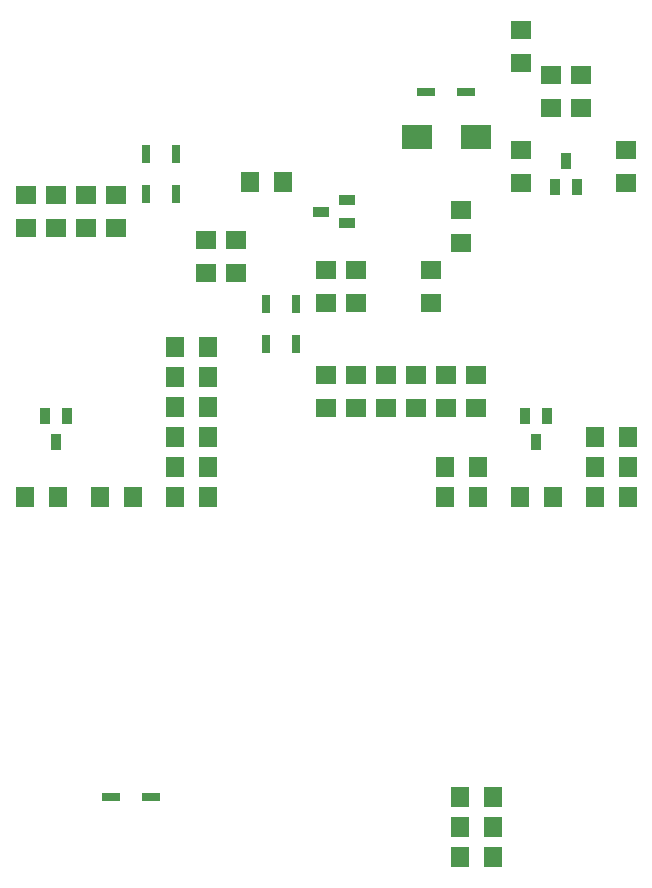
<source format=gbr>
G04 #@! TF.GenerationSoftware,KiCad,Pcbnew,5.1.12-84ad8e8a86~92~ubuntu20.04.1*
G04 #@! TF.CreationDate,2024-08-07T09:27:01+00:00*
G04 #@! TF.ProjectId,___-1.30.B-1,221a1f2d-312e-4333-902e-422d312e6b69,3B*
G04 #@! TF.SameCoordinates,Original*
G04 #@! TF.FileFunction,Paste,Top*
G04 #@! TF.FilePolarity,Positive*
%FSLAX46Y46*%
G04 Gerber Fmt 4.6, Leading zero omitted, Abs format (unit mm)*
G04 Created by KiCad (PCBNEW 5.1.12-84ad8e8a86~92~ubuntu20.04.1) date 2024-08-07 09:27:01*
%MOMM*%
%LPD*%
G01*
G04 APERTURE LIST*
%ADD10R,1.540000X0.740000*%
%ADD11R,1.540000X1.740000*%
%ADD12R,0.940000X1.340000*%
%ADD13R,1.340000X0.940000*%
%ADD14R,1.740000X1.540000*%
%ADD15R,2.540000X2.140000*%
%ADD16R,0.740000X1.540000*%
G04 APERTURE END LIST*
D10*
X87200000Y-162560000D03*
X90600000Y-162560000D03*
D11*
X118240000Y-137160000D03*
X115440000Y-137160000D03*
D12*
X82550000Y-132545000D03*
X81600000Y-130345000D03*
X83500000Y-130345000D03*
D13*
X104945000Y-113030000D03*
X107145000Y-112080000D03*
X107145000Y-113980000D03*
D12*
X124780000Y-110955000D03*
X126680000Y-110955000D03*
X125730000Y-108755000D03*
X123190000Y-132545000D03*
X122240000Y-130345000D03*
X124140000Y-130345000D03*
D14*
X85090000Y-111630000D03*
X85090000Y-114430000D03*
D11*
X92580000Y-124460000D03*
X95380000Y-124460000D03*
D14*
X87630000Y-114430000D03*
X87630000Y-111630000D03*
X121920000Y-97660000D03*
X121920000Y-100460000D03*
X130810000Y-110620000D03*
X130810000Y-107820000D03*
X107950000Y-129670000D03*
X107950000Y-126870000D03*
X110490000Y-126870000D03*
X110490000Y-129670000D03*
D11*
X130940000Y-132080000D03*
X128140000Y-132080000D03*
X92580000Y-127000000D03*
X95380000Y-127000000D03*
X95380000Y-137160000D03*
X92580000Y-137160000D03*
X116710000Y-162560000D03*
X119510000Y-162560000D03*
X116710000Y-167640000D03*
X119510000Y-167640000D03*
D15*
X113070000Y-106680000D03*
X118070000Y-106680000D03*
D10*
X117270000Y-102870000D03*
X113870000Y-102870000D03*
D16*
X100330000Y-124255000D03*
X100330000Y-120855000D03*
X102870000Y-120855000D03*
X102870000Y-124255000D03*
X90170000Y-111555000D03*
X90170000Y-108155000D03*
X92710000Y-108155000D03*
X92710000Y-111555000D03*
D14*
X95250000Y-115440000D03*
X95250000Y-118240000D03*
X105410000Y-117980000D03*
X105410000Y-120780000D03*
X118110000Y-126870000D03*
X118110000Y-129670000D03*
D11*
X128140000Y-134620000D03*
X130940000Y-134620000D03*
X130940000Y-137160000D03*
X128140000Y-137160000D03*
X119510000Y-165100000D03*
X116710000Y-165100000D03*
D14*
X115570000Y-126870000D03*
X115570000Y-129670000D03*
X113030000Y-129670000D03*
X113030000Y-126870000D03*
D11*
X118240000Y-134620000D03*
X115440000Y-134620000D03*
D14*
X127000000Y-104270000D03*
X127000000Y-101470000D03*
D11*
X98930000Y-110490000D03*
X101730000Y-110490000D03*
D14*
X124460000Y-104270000D03*
X124460000Y-101470000D03*
X114300000Y-120780000D03*
X114300000Y-117980000D03*
X80010000Y-111630000D03*
X80010000Y-114430000D03*
X116840000Y-115700000D03*
X116840000Y-112900000D03*
X121920000Y-110620000D03*
X121920000Y-107820000D03*
X97790000Y-118240000D03*
X97790000Y-115440000D03*
X107950000Y-117980000D03*
X107950000Y-120780000D03*
X82550000Y-114430000D03*
X82550000Y-111630000D03*
X105410000Y-126870000D03*
X105410000Y-129670000D03*
D11*
X95380000Y-129540000D03*
X92580000Y-129540000D03*
X92580000Y-132080000D03*
X95380000Y-132080000D03*
X92580000Y-134620000D03*
X95380000Y-134620000D03*
X89030000Y-137160000D03*
X86230000Y-137160000D03*
X79880000Y-137160000D03*
X82680000Y-137160000D03*
X124590000Y-137160000D03*
X121790000Y-137160000D03*
M02*

</source>
